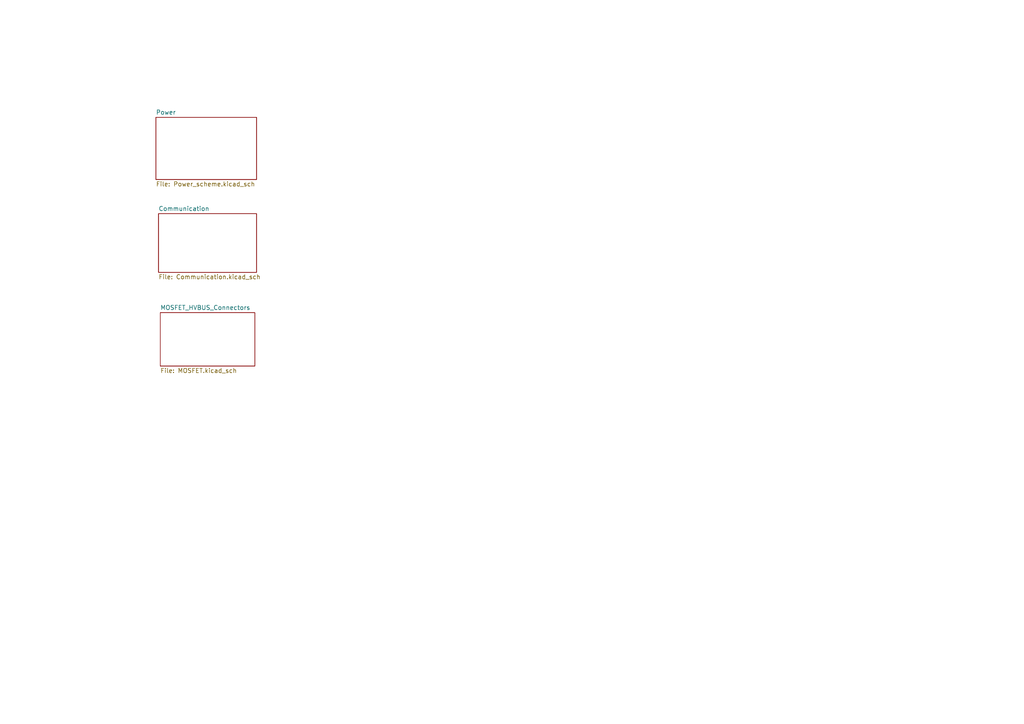
<source format=kicad_sch>
(kicad_sch
	(version 20250114)
	(generator "eeschema")
	(generator_version "9.0")
	(uuid "d45198bd-ae75-49c9-9bbf-e98107d3ef85")
	(paper "A4")
	(lib_symbols)
	(sheet
		(at 45.212 34.036)
		(size 29.21 18.034)
		(exclude_from_sim no)
		(in_bom yes)
		(on_board yes)
		(dnp no)
		(fields_autoplaced yes)
		(stroke
			(width 0.1524)
			(type solid)
		)
		(fill
			(color 0 0 0 0.0000)
		)
		(uuid "1ac69ec9-325f-458f-ae3e-513fb99a30c1")
		(property "Sheetname" "Power"
			(at 45.212 33.3244 0)
			(effects
				(font
					(size 1.27 1.27)
				)
				(justify left bottom)
			)
		)
		(property "Sheetfile" "Power_scheme.kicad_sch"
			(at 45.212 52.6546 0)
			(effects
				(font
					(size 1.27 1.27)
				)
				(justify left top)
			)
		)
		(instances
			(project "lmg352x_mosfet_daughtercard"
				(path "/d45198bd-ae75-49c9-9bbf-e98107d3ef85"
					(page "2")
				)
			)
		)
	)
	(sheet
		(at 45.974 61.976)
		(size 28.448 17.018)
		(exclude_from_sim no)
		(in_bom yes)
		(on_board yes)
		(dnp no)
		(fields_autoplaced yes)
		(stroke
			(width 0.1524)
			(type solid)
		)
		(fill
			(color 0 0 0 0.0000)
		)
		(uuid "8979e9ec-17b8-4c2f-a59e-074651af897b")
		(property "Sheetname" "Communication"
			(at 45.974 61.2644 0)
			(effects
				(font
					(size 1.27 1.27)
				)
				(justify left bottom)
			)
		)
		(property "Sheetfile" "Communication.kicad_sch"
			(at 45.974 79.5786 0)
			(effects
				(font
					(size 1.27 1.27)
				)
				(justify left top)
			)
		)
		(instances
			(project "lmg352x_mosfet_daughtercard"
				(path "/d45198bd-ae75-49c9-9bbf-e98107d3ef85"
					(page "3")
				)
			)
		)
	)
	(sheet
		(at 46.482 90.678)
		(size 27.432 15.494)
		(exclude_from_sim no)
		(in_bom yes)
		(on_board yes)
		(dnp no)
		(fields_autoplaced yes)
		(stroke
			(width 0.1524)
			(type solid)
		)
		(fill
			(color 0 0 0 0.0000)
		)
		(uuid "94caf0f2-61b8-47fb-92f9-14e18ce9ea1e")
		(property "Sheetname" "MOSFET_HVBUS_Connectors"
			(at 46.482 89.9664 0)
			(effects
				(font
					(size 1.27 1.27)
				)
				(justify left bottom)
			)
		)
		(property "Sheetfile" "MOSFET.kicad_sch"
			(at 46.482 106.7566 0)
			(effects
				(font
					(size 1.27 1.27)
				)
				(justify left top)
			)
		)
		(instances
			(project "lmg352x_mosfet_daughtercard"
				(path "/d45198bd-ae75-49c9-9bbf-e98107d3ef85"
					(page "4")
				)
			)
		)
	)
	(sheet_instances
		(path "/"
			(page "1")
		)
	)
	(embedded_fonts no)
)

</source>
